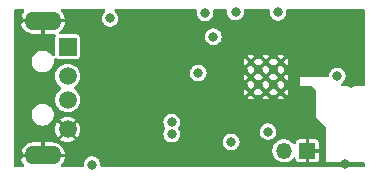
<source format=gbr>
%TF.GenerationSoftware,KiCad,Pcbnew,(6.0.7)*%
%TF.CreationDate,2022-08-28T18:35:31-07:00*%
%TF.ProjectId,RP2040_Injector,52503230-3430-45f4-996e-6a6563746f72,rev?*%
%TF.SameCoordinates,Original*%
%TF.FileFunction,Copper,L2,Inr*%
%TF.FilePolarity,Positive*%
%FSLAX46Y46*%
G04 Gerber Fmt 4.6, Leading zero omitted, Abs format (unit mm)*
G04 Created by KiCad (PCBNEW (6.0.7)) date 2022-08-28 18:35:31*
%MOMM*%
%LPD*%
G01*
G04 APERTURE LIST*
%TA.AperFunction,ComponentPad*%
%ADD10C,0.600000*%
%TD*%
%TA.AperFunction,ComponentPad*%
%ADD11R,1.350000X1.350000*%
%TD*%
%TA.AperFunction,ComponentPad*%
%ADD12O,1.350000X1.350000*%
%TD*%
%TA.AperFunction,ComponentPad*%
%ADD13R,1.508000X1.508000*%
%TD*%
%TA.AperFunction,ComponentPad*%
%ADD14C,1.508000*%
%TD*%
%TA.AperFunction,ComponentPad*%
%ADD15O,3.150000X1.575000*%
%TD*%
%TA.AperFunction,ViaPad*%
%ADD16C,0.800000*%
%TD*%
G04 APERTURE END LIST*
D10*
%TO.N,GND*%
%TO.C,*%
X116400000Y-91550000D03*
%TD*%
D11*
%TO.N,GND*%
%TO.C,J2*%
X118650000Y-99070000D03*
D12*
%TO.N,/~{USB_BOOT}*%
X116650000Y-99070000D03*
%TD*%
D10*
%TO.N,GND*%
%TO.C,*%
X115125000Y-91550000D03*
%TD*%
%TO.N,GND*%
%TO.C,*%
X115125000Y-92825000D03*
%TD*%
%TO.N,GND*%
%TO.C,*%
X113850000Y-94100000D03*
%TD*%
%TO.N,GND*%
%TO.C,*%
X116400000Y-92825000D03*
%TD*%
%TO.N,GND*%
%TO.C,*%
X116400000Y-94100000D03*
%TD*%
%TO.N,GND*%
%TO.C,*%
X113850000Y-92825000D03*
%TD*%
%TO.N,GND*%
%TO.C,*%
X113850000Y-91550000D03*
%TD*%
%TO.N,GND*%
%TO.C,*%
X115125000Y-94100000D03*
%TD*%
D13*
%TO.N,VCC*%
%TO.C,J1*%
X98337500Y-90255750D03*
D14*
%TO.N,USB_D-*%
X98337500Y-92755750D03*
%TO.N,USB_D+*%
X98337500Y-94755750D03*
%TO.N,GND*%
X98337500Y-97255750D03*
D15*
X96237500Y-88055750D03*
X96237500Y-99455750D03*
%TD*%
D16*
%TO.N,+3V3*%
X116150000Y-87350000D03*
X110680000Y-89410000D03*
X107150000Y-97650000D03*
X121170000Y-92726302D03*
X109980000Y-87390000D03*
X112560000Y-87310000D03*
X107150000Y-96650000D03*
X100410000Y-100240000D03*
X112190000Y-98310000D03*
X109400000Y-92475000D03*
X101930000Y-87870000D03*
X115300000Y-97450000D03*
%TO.N,GND*%
X96260000Y-89530000D03*
X107700000Y-98800000D03*
X99300000Y-98500000D03*
X113460000Y-98290000D03*
X108330000Y-90379802D03*
X94200000Y-88000000D03*
X99300000Y-99400000D03*
X107950000Y-95648802D03*
X103150000Y-88990000D03*
X106800000Y-98800000D03*
X114280000Y-88060000D03*
X108320000Y-88140000D03*
X114550000Y-99110000D03*
X121880000Y-90710000D03*
X107201844Y-92906113D03*
X108330000Y-89320000D03*
X106800000Y-99800000D03*
X121800000Y-100200000D03*
X122008186Y-91820000D03*
X107700000Y-99800000D03*
X122370000Y-93370000D03*
X96300000Y-97900000D03*
X94200000Y-99400000D03*
X117830000Y-88050000D03*
%TD*%
%TA.AperFunction,Conductor*%
%TO.N,GND*%
G36*
X94630367Y-87070462D02*
G01*
X94684905Y-87125000D01*
X94704867Y-87199500D01*
X94684905Y-87274000D01*
X94668404Y-87297155D01*
X94565266Y-87416011D01*
X94557074Y-87427496D01*
X94460257Y-87594850D01*
X94454382Y-87607683D01*
X94390961Y-87790317D01*
X94387616Y-87804037D01*
X94375683Y-87886338D01*
X94377565Y-87902242D01*
X94385731Y-87905750D01*
X98087114Y-87905750D01*
X98101483Y-87901900D01*
X98104037Y-87891403D01*
X98059590Y-87706977D01*
X98054994Y-87693629D01*
X97974973Y-87517632D01*
X97967937Y-87505396D01*
X97856082Y-87347710D01*
X97846854Y-87337018D01*
X97815634Y-87307132D01*
X97775622Y-87241194D01*
X97773940Y-87164084D01*
X97811038Y-87096464D01*
X97876976Y-87056452D01*
X97918670Y-87050500D01*
X101406296Y-87050500D01*
X101480796Y-87070462D01*
X101535334Y-87125000D01*
X101555296Y-87199500D01*
X101535334Y-87274000D01*
X101504245Y-87311781D01*
X101437961Y-87369604D01*
X101405604Y-87397831D01*
X101308113Y-87536547D01*
X101246524Y-87694513D01*
X101224394Y-87862611D01*
X101242999Y-88031135D01*
X101246087Y-88039572D01*
X101246087Y-88039574D01*
X101264217Y-88089116D01*
X101301266Y-88190356D01*
X101306275Y-88197811D01*
X101306276Y-88197812D01*
X101389178Y-88321183D01*
X101395830Y-88331083D01*
X101402472Y-88337126D01*
X101402473Y-88337128D01*
X101491209Y-88417871D01*
X101521233Y-88445191D01*
X101529128Y-88449478D01*
X101529130Y-88449479D01*
X101662344Y-88521808D01*
X101662347Y-88521809D01*
X101670235Y-88526092D01*
X101707743Y-88535932D01*
X101825549Y-88566838D01*
X101825551Y-88566838D01*
X101834233Y-88569116D01*
X101843209Y-88569257D01*
X101994781Y-88571638D01*
X102003760Y-88571779D01*
X102169029Y-88533928D01*
X102203383Y-88516650D01*
X102312471Y-88461784D01*
X102320498Y-88457747D01*
X102382815Y-88404523D01*
X102442594Y-88353467D01*
X102442596Y-88353465D01*
X102449423Y-88347634D01*
X102478289Y-88307463D01*
X102543124Y-88217236D01*
X102543126Y-88217232D01*
X102548361Y-88209947D01*
X102595865Y-88091779D01*
X102608251Y-88060969D01*
X102608252Y-88060964D01*
X102611601Y-88052634D01*
X102635490Y-87884778D01*
X102635645Y-87870000D01*
X102615276Y-87701680D01*
X102555345Y-87543077D01*
X102459312Y-87403349D01*
X102394000Y-87345158D01*
X102355381Y-87310749D01*
X102313036Y-87246284D01*
X102308597Y-87169284D01*
X102343252Y-87100380D01*
X102407717Y-87058035D01*
X102454501Y-87050500D01*
X109148215Y-87050500D01*
X109222715Y-87070462D01*
X109277253Y-87125000D01*
X109297215Y-87199500D01*
X109295940Y-87218948D01*
X109287063Y-87286375D01*
X109274394Y-87382611D01*
X109292999Y-87551135D01*
X109296087Y-87559572D01*
X109296087Y-87559574D01*
X109313693Y-87607683D01*
X109351266Y-87710356D01*
X109356275Y-87717811D01*
X109356276Y-87717812D01*
X109433993Y-87833467D01*
X109445830Y-87851083D01*
X109452472Y-87857126D01*
X109452473Y-87857128D01*
X109534659Y-87931911D01*
X109571233Y-87965191D01*
X109579128Y-87969478D01*
X109579130Y-87969479D01*
X109712344Y-88041808D01*
X109712347Y-88041809D01*
X109720235Y-88046092D01*
X109757743Y-88055932D01*
X109875549Y-88086838D01*
X109875551Y-88086838D01*
X109884233Y-88089116D01*
X109893209Y-88089257D01*
X110044781Y-88091638D01*
X110053760Y-88091779D01*
X110219029Y-88053928D01*
X110227289Y-88049774D01*
X110362471Y-87981784D01*
X110370498Y-87977747D01*
X110439113Y-87919144D01*
X110492594Y-87873467D01*
X110492596Y-87873465D01*
X110499423Y-87867634D01*
X110516866Y-87843360D01*
X110593124Y-87737236D01*
X110593126Y-87737232D01*
X110598361Y-87729947D01*
X110630521Y-87649947D01*
X110658251Y-87580969D01*
X110658252Y-87580964D01*
X110661601Y-87572634D01*
X110685490Y-87404778D01*
X110685645Y-87390000D01*
X110665276Y-87221680D01*
X110667732Y-87221383D01*
X110669065Y-87157922D01*
X110709023Y-87091952D01*
X110776613Y-87054799D01*
X110812146Y-87050500D01*
X111717683Y-87050500D01*
X111792183Y-87070462D01*
X111846721Y-87125000D01*
X111866683Y-87199500D01*
X111865408Y-87218948D01*
X111861809Y-87246284D01*
X111854394Y-87302611D01*
X111855380Y-87311542D01*
X111855380Y-87311543D01*
X111858810Y-87342611D01*
X111872999Y-87471135D01*
X111876087Y-87479572D01*
X111876087Y-87479574D01*
X111898555Y-87540969D01*
X111931266Y-87630356D01*
X111936275Y-87637811D01*
X111936276Y-87637812D01*
X112003086Y-87737236D01*
X112025830Y-87771083D01*
X112032472Y-87777126D01*
X112032473Y-87777128D01*
X112126418Y-87862611D01*
X112151233Y-87885191D01*
X112159128Y-87889478D01*
X112159130Y-87889479D01*
X112292344Y-87961808D01*
X112292347Y-87961809D01*
X112300235Y-87966092D01*
X112382234Y-87987604D01*
X112455549Y-88006838D01*
X112455551Y-88006838D01*
X112464233Y-88009116D01*
X112473209Y-88009257D01*
X112624781Y-88011638D01*
X112633760Y-88011779D01*
X112799029Y-87973928D01*
X112950498Y-87897747D01*
X112994292Y-87860343D01*
X113072594Y-87793467D01*
X113072596Y-87793465D01*
X113079423Y-87787634D01*
X113137381Y-87706977D01*
X113173124Y-87657236D01*
X113173126Y-87657232D01*
X113178361Y-87649947D01*
X113218084Y-87551135D01*
X113238251Y-87500969D01*
X113238252Y-87500964D01*
X113241601Y-87492634D01*
X113265490Y-87324778D01*
X113265645Y-87310000D01*
X113254439Y-87217400D01*
X113265306Y-87141042D01*
X113312897Y-87080347D01*
X113384459Y-87051579D01*
X113402360Y-87050500D01*
X115312949Y-87050500D01*
X115387449Y-87070462D01*
X115441987Y-87125000D01*
X115461949Y-87199500D01*
X115460674Y-87218948D01*
X115460314Y-87221680D01*
X115444394Y-87342611D01*
X115462999Y-87511135D01*
X115466087Y-87519572D01*
X115466087Y-87519574D01*
X115488555Y-87580969D01*
X115521266Y-87670356D01*
X115526275Y-87677811D01*
X115526276Y-87677812D01*
X115603993Y-87793467D01*
X115615830Y-87811083D01*
X115622472Y-87817126D01*
X115622473Y-87817128D01*
X115719868Y-87905750D01*
X115741233Y-87925191D01*
X115749128Y-87929478D01*
X115749130Y-87929479D01*
X115882344Y-88001808D01*
X115882347Y-88001809D01*
X115890235Y-88006092D01*
X115927743Y-88015932D01*
X116045549Y-88046838D01*
X116045551Y-88046838D01*
X116054233Y-88049116D01*
X116063209Y-88049257D01*
X116214781Y-88051638D01*
X116223760Y-88051779D01*
X116389029Y-88013928D01*
X116397289Y-88009774D01*
X116532471Y-87941784D01*
X116540498Y-87937747D01*
X116562279Y-87919144D01*
X116662594Y-87833467D01*
X116662596Y-87833465D01*
X116669423Y-87827634D01*
X116686866Y-87803360D01*
X116763124Y-87697236D01*
X116763126Y-87697232D01*
X116768361Y-87689947D01*
X116795708Y-87621920D01*
X116828251Y-87540969D01*
X116828252Y-87540964D01*
X116831601Y-87532634D01*
X116855490Y-87364778D01*
X116855645Y-87350000D01*
X116850895Y-87310749D01*
X116839599Y-87217400D01*
X116850467Y-87141041D01*
X116898058Y-87080347D01*
X116969620Y-87051579D01*
X116987520Y-87050500D01*
X123350500Y-87050500D01*
X123425000Y-87070462D01*
X123479538Y-87125000D01*
X123499500Y-87199500D01*
X123499500Y-93451000D01*
X123479538Y-93525500D01*
X123425000Y-93580038D01*
X123350500Y-93600000D01*
X121619814Y-93600000D01*
X121545314Y-93580038D01*
X121490776Y-93525500D01*
X121470814Y-93451000D01*
X121490776Y-93376500D01*
X121545314Y-93321962D01*
X121552356Y-93318163D01*
X121552474Y-93318085D01*
X121560498Y-93314049D01*
X121575199Y-93301493D01*
X121682594Y-93209769D01*
X121682596Y-93209767D01*
X121689423Y-93203936D01*
X121710378Y-93174774D01*
X121783124Y-93073538D01*
X121783126Y-93073534D01*
X121788361Y-93066249D01*
X121816031Y-92997419D01*
X121848251Y-92917271D01*
X121848252Y-92917266D01*
X121851601Y-92908936D01*
X121875490Y-92741080D01*
X121875645Y-92726302D01*
X121855276Y-92557982D01*
X121795345Y-92399379D01*
X121699312Y-92259651D01*
X121692604Y-92253674D01*
X121579428Y-92152837D01*
X121579424Y-92152834D01*
X121572721Y-92146862D01*
X121564783Y-92142659D01*
X121564780Y-92142657D01*
X121430823Y-92071731D01*
X121422881Y-92067526D01*
X121414168Y-92065337D01*
X121414167Y-92065337D01*
X121341691Y-92047132D01*
X121258441Y-92026221D01*
X121154002Y-92025674D01*
X121097873Y-92025380D01*
X121088895Y-92025333D01*
X121080164Y-92027429D01*
X121080165Y-92027429D01*
X120932765Y-92062817D01*
X120932762Y-92062818D01*
X120924032Y-92064914D01*
X120916053Y-92069032D01*
X120916051Y-92069033D01*
X120781353Y-92138556D01*
X120773369Y-92142677D01*
X120766602Y-92148581D01*
X120766598Y-92148583D01*
X120688495Y-92216717D01*
X120645604Y-92254133D01*
X120640439Y-92261482D01*
X120628582Y-92278353D01*
X120548113Y-92392849D01*
X120486524Y-92550815D01*
X120480181Y-92598997D01*
X120470774Y-92670448D01*
X120441259Y-92741705D01*
X120380069Y-92788658D01*
X120323049Y-92800000D01*
X118000000Y-92800000D01*
X118000000Y-93600000D01*
X118938282Y-93600000D01*
X119012782Y-93619962D01*
X119043641Y-93643641D01*
X119356359Y-93956359D01*
X119394923Y-94023154D01*
X119400000Y-94061718D01*
X119400000Y-96200000D01*
X120156359Y-96956359D01*
X120194923Y-97023154D01*
X120200000Y-97061718D01*
X120200000Y-100000000D01*
X123350500Y-100000000D01*
X123425000Y-100019962D01*
X123479538Y-100074500D01*
X123499500Y-100149000D01*
X123499500Y-100300500D01*
X123479538Y-100375000D01*
X123425000Y-100429538D01*
X123350500Y-100449500D01*
X101259485Y-100449500D01*
X101184985Y-100429538D01*
X101130447Y-100375000D01*
X101110485Y-100300500D01*
X101111971Y-100279508D01*
X101114803Y-100259609D01*
X101114804Y-100259601D01*
X101115490Y-100254778D01*
X101115645Y-100240000D01*
X101095276Y-100071680D01*
X101035345Y-99913077D01*
X100960806Y-99804623D01*
X100944401Y-99780753D01*
X100944399Y-99780751D01*
X100939312Y-99773349D01*
X100932604Y-99767372D01*
X100819428Y-99666535D01*
X100819424Y-99666532D01*
X100812721Y-99660560D01*
X100804783Y-99656357D01*
X100804780Y-99656355D01*
X100670823Y-99585429D01*
X100662881Y-99581224D01*
X100654168Y-99579035D01*
X100654167Y-99579035D01*
X100581691Y-99560830D01*
X100498441Y-99539919D01*
X100394002Y-99539372D01*
X100337873Y-99539078D01*
X100328895Y-99539031D01*
X100320164Y-99541127D01*
X100320165Y-99541127D01*
X100172765Y-99576515D01*
X100172762Y-99576516D01*
X100164032Y-99578612D01*
X100156053Y-99582730D01*
X100156051Y-99582731D01*
X100021353Y-99652254D01*
X100013369Y-99656375D01*
X100006602Y-99662279D01*
X100006598Y-99662281D01*
X99911536Y-99745209D01*
X99885604Y-99767831D01*
X99788113Y-99906547D01*
X99726524Y-100064513D01*
X99704394Y-100232611D01*
X99709572Y-100279508D01*
X99710084Y-100284149D01*
X99698418Y-100360390D01*
X99650194Y-100420583D01*
X99578335Y-100448600D01*
X99561984Y-100449500D01*
X97929112Y-100449500D01*
X97854612Y-100429538D01*
X97800074Y-100375000D01*
X97780112Y-100300500D01*
X97800074Y-100226000D01*
X97816575Y-100202845D01*
X97909734Y-100095489D01*
X97917926Y-100084004D01*
X98014743Y-99916650D01*
X98020618Y-99903817D01*
X98084039Y-99721183D01*
X98087384Y-99707463D01*
X98099317Y-99625162D01*
X98097435Y-99609258D01*
X98089269Y-99605750D01*
X94387886Y-99605750D01*
X94373517Y-99609600D01*
X94370963Y-99620097D01*
X94415410Y-99804523D01*
X94420006Y-99817871D01*
X94500027Y-99993868D01*
X94507063Y-100006104D01*
X94618918Y-100163790D01*
X94628146Y-100174482D01*
X94647353Y-100192868D01*
X94687365Y-100258806D01*
X94689047Y-100335915D01*
X94651949Y-100403536D01*
X94586011Y-100443548D01*
X94544317Y-100449500D01*
X93929500Y-100449500D01*
X93855000Y-100429538D01*
X93800462Y-100375000D01*
X93780500Y-100300500D01*
X93780500Y-99286338D01*
X94375683Y-99286338D01*
X94377565Y-99302242D01*
X94385731Y-99305750D01*
X96067884Y-99305750D01*
X96083355Y-99301605D01*
X96087500Y-99286134D01*
X96387500Y-99286134D01*
X96391645Y-99301605D01*
X96407116Y-99305750D01*
X98087114Y-99305750D01*
X98101483Y-99301900D01*
X98104037Y-99291403D01*
X98059590Y-99106977D01*
X98054994Y-99093629D01*
X98038028Y-99056314D01*
X115669876Y-99056314D01*
X115674130Y-99106977D01*
X115682281Y-99204037D01*
X115685884Y-99246948D01*
X115687891Y-99253949D01*
X115687892Y-99253952D01*
X115697416Y-99287166D01*
X115738614Y-99430843D01*
X115741945Y-99437324D01*
X115741946Y-99437327D01*
X115822728Y-99594511D01*
X115822731Y-99594516D01*
X115826060Y-99600993D01*
X115830584Y-99606701D01*
X115830588Y-99606707D01*
X115910447Y-99707463D01*
X115944889Y-99750918D01*
X115950435Y-99755638D01*
X115950436Y-99755639D01*
X115978881Y-99779848D01*
X116090575Y-99874907D01*
X116096938Y-99878463D01*
X116251206Y-99964681D01*
X116251212Y-99964684D01*
X116257570Y-99968237D01*
X116439512Y-100027354D01*
X116546498Y-100040111D01*
X116622241Y-100049143D01*
X116622243Y-100049143D01*
X116629472Y-100050005D01*
X116820213Y-100035328D01*
X116924882Y-100006104D01*
X116997454Y-99985842D01*
X116997459Y-99985840D01*
X117004472Y-99983882D01*
X117010973Y-99980598D01*
X117010976Y-99980597D01*
X117168723Y-99900913D01*
X117168724Y-99900913D01*
X117175228Y-99897627D01*
X117266972Y-99825949D01*
X117320235Y-99784336D01*
X117320237Y-99784334D01*
X117325979Y-99779848D01*
X117413210Y-99678790D01*
X117476999Y-99635439D01*
X117553920Y-99629790D01*
X117623360Y-99663359D01*
X117666712Y-99727150D01*
X117675000Y-99776151D01*
X117675000Y-99785154D01*
X117675523Y-99793966D01*
X117676791Y-99804623D01*
X117682652Y-99825949D01*
X117717895Y-99905293D01*
X117733214Y-99927583D01*
X117792839Y-99987104D01*
X117815155Y-100002384D01*
X117894545Y-100037482D01*
X117915918Y-100043309D01*
X117926124Y-100044498D01*
X117934754Y-100045000D01*
X118480384Y-100045000D01*
X118495855Y-100040855D01*
X118500000Y-100025384D01*
X118800000Y-100025384D01*
X118804145Y-100040855D01*
X118819616Y-100045000D01*
X119365154Y-100045000D01*
X119373966Y-100044477D01*
X119384623Y-100043209D01*
X119405949Y-100037348D01*
X119485293Y-100002105D01*
X119507583Y-99986786D01*
X119567104Y-99927161D01*
X119582384Y-99904845D01*
X119617482Y-99825455D01*
X119623309Y-99804082D01*
X119624498Y-99793876D01*
X119625000Y-99785246D01*
X119625000Y-99239616D01*
X119620855Y-99224145D01*
X119605384Y-99220000D01*
X118819616Y-99220000D01*
X118804145Y-99224145D01*
X118800000Y-99239616D01*
X118800000Y-100025384D01*
X118500000Y-100025384D01*
X118500000Y-98900384D01*
X118800000Y-98900384D01*
X118804145Y-98915855D01*
X118819616Y-98920000D01*
X119605384Y-98920000D01*
X119620855Y-98915855D01*
X119625000Y-98900384D01*
X119625000Y-98354846D01*
X119624477Y-98346034D01*
X119623209Y-98335377D01*
X119617348Y-98314051D01*
X119582105Y-98234707D01*
X119566786Y-98212417D01*
X119507161Y-98152896D01*
X119484845Y-98137616D01*
X119405455Y-98102518D01*
X119384082Y-98096691D01*
X119373876Y-98095502D01*
X119365246Y-98095000D01*
X118819616Y-98095000D01*
X118804145Y-98099145D01*
X118800000Y-98114616D01*
X118800000Y-98900384D01*
X118500000Y-98900384D01*
X118500000Y-98114616D01*
X118495855Y-98099145D01*
X118480384Y-98095000D01*
X117934846Y-98095000D01*
X117926034Y-98095523D01*
X117915377Y-98096791D01*
X117894051Y-98102652D01*
X117814707Y-98137895D01*
X117792417Y-98153214D01*
X117732896Y-98212839D01*
X117717616Y-98235155D01*
X117682518Y-98314545D01*
X117676691Y-98335918D01*
X117675502Y-98346124D01*
X117675000Y-98354754D01*
X117675000Y-98364827D01*
X117655038Y-98439327D01*
X117600500Y-98493865D01*
X117526000Y-98513827D01*
X117451500Y-98493865D01*
X117410533Y-98458999D01*
X117394576Y-98439433D01*
X117345535Y-98379303D01*
X117198132Y-98257361D01*
X117169323Y-98241784D01*
X117036266Y-98169839D01*
X117036261Y-98169837D01*
X117029851Y-98166371D01*
X116955701Y-98143418D01*
X116854060Y-98111955D01*
X116854059Y-98111955D01*
X116847101Y-98109801D01*
X116839859Y-98109040D01*
X116839855Y-98109039D01*
X116664084Y-98090565D01*
X116664083Y-98090565D01*
X116656843Y-98089804D01*
X116466325Y-98107142D01*
X116282803Y-98161156D01*
X116113268Y-98249787D01*
X116107587Y-98254355D01*
X116107585Y-98254356D01*
X116033493Y-98313928D01*
X115964176Y-98369660D01*
X115841207Y-98516208D01*
X115749045Y-98683850D01*
X115746842Y-98690794D01*
X115746841Y-98690797D01*
X115714273Y-98793467D01*
X115691200Y-98866201D01*
X115690388Y-98873444D01*
X115690387Y-98873447D01*
X115675331Y-99007683D01*
X115669876Y-99056314D01*
X98038028Y-99056314D01*
X97974973Y-98917632D01*
X97967937Y-98905396D01*
X97856082Y-98747710D01*
X97846853Y-98737018D01*
X97707203Y-98603331D01*
X97696111Y-98594572D01*
X97533705Y-98489708D01*
X97521164Y-98483207D01*
X97341852Y-98410942D01*
X97328311Y-98406931D01*
X97136862Y-98369544D01*
X97126678Y-98368307D01*
X97124342Y-98368250D01*
X96407116Y-98368250D01*
X96391645Y-98372395D01*
X96387500Y-98387866D01*
X96387500Y-99286134D01*
X96087500Y-99286134D01*
X96087500Y-98387866D01*
X96083355Y-98372395D01*
X96067884Y-98368250D01*
X95401690Y-98368250D01*
X95394619Y-98368587D01*
X95250487Y-98382338D01*
X95236619Y-98385008D01*
X95051100Y-98439433D01*
X95037995Y-98444675D01*
X94866125Y-98533194D01*
X94854238Y-98540825D01*
X94702203Y-98660251D01*
X94691980Y-98669986D01*
X94565266Y-98816011D01*
X94557074Y-98827496D01*
X94460257Y-98994850D01*
X94454382Y-99007683D01*
X94390961Y-99190317D01*
X94387616Y-99204037D01*
X94375683Y-99286338D01*
X93780500Y-99286338D01*
X93780500Y-98101013D01*
X97710232Y-98101013D01*
X97715895Y-98110823D01*
X97727508Y-98120707D01*
X97739418Y-98128984D01*
X97907123Y-98222711D01*
X97920427Y-98228524D01*
X98103138Y-98287890D01*
X98117314Y-98291007D01*
X98308089Y-98313756D01*
X98322581Y-98314059D01*
X98514146Y-98299319D01*
X98528430Y-98296800D01*
X98713478Y-98245134D01*
X98727001Y-98239889D01*
X98898489Y-98153264D01*
X98910737Y-98145491D01*
X98953874Y-98111789D01*
X98963512Y-98098999D01*
X98959747Y-98090129D01*
X98351371Y-97481753D01*
X98337500Y-97473745D01*
X98323629Y-97481753D01*
X97718240Y-98087142D01*
X97710232Y-98101013D01*
X93780500Y-98101013D01*
X93780500Y-97248224D01*
X97279113Y-97248224D01*
X97295189Y-97439669D01*
X97297809Y-97453948D01*
X97350765Y-97638625D01*
X97356105Y-97652112D01*
X97443926Y-97822994D01*
X97451782Y-97835183D01*
X97481226Y-97872333D01*
X97494085Y-97881883D01*
X97503163Y-97877955D01*
X98111497Y-97269621D01*
X98119505Y-97255750D01*
X98555495Y-97255750D01*
X98563503Y-97269621D01*
X99169235Y-97875353D01*
X99183106Y-97883361D01*
X99193194Y-97877537D01*
X99198177Y-97871765D01*
X99206535Y-97859916D01*
X99301438Y-97692859D01*
X99307337Y-97679608D01*
X99319644Y-97642611D01*
X106444394Y-97642611D01*
X106462999Y-97811135D01*
X106466087Y-97819572D01*
X106466087Y-97819574D01*
X106485394Y-97872333D01*
X106521266Y-97970356D01*
X106526275Y-97977811D01*
X106526276Y-97977812D01*
X106610165Y-98102652D01*
X106615830Y-98111083D01*
X106622472Y-98117126D01*
X106622473Y-98117128D01*
X106727195Y-98212417D01*
X106741233Y-98225191D01*
X106749128Y-98229478D01*
X106749130Y-98229479D01*
X106882344Y-98301808D01*
X106882347Y-98301809D01*
X106890235Y-98306092D01*
X106961462Y-98324778D01*
X107045549Y-98346838D01*
X107045551Y-98346838D01*
X107054233Y-98349116D01*
X107063209Y-98349257D01*
X107214781Y-98351638D01*
X107223760Y-98351779D01*
X107389029Y-98313928D01*
X107411531Y-98302611D01*
X111484394Y-98302611D01*
X111485380Y-98311542D01*
X111485380Y-98311543D01*
X111485748Y-98314877D01*
X111502999Y-98471135D01*
X111506087Y-98479572D01*
X111506087Y-98479574D01*
X111528502Y-98540825D01*
X111561266Y-98630356D01*
X111566275Y-98637811D01*
X111566276Y-98637812D01*
X111574431Y-98649947D01*
X111655830Y-98771083D01*
X111662472Y-98777126D01*
X111662473Y-98777128D01*
X111768327Y-98873447D01*
X111781233Y-98885191D01*
X111789128Y-98889478D01*
X111789130Y-98889479D01*
X111922344Y-98961808D01*
X111922347Y-98961809D01*
X111930235Y-98966092D01*
X111967743Y-98975932D01*
X112085549Y-99006838D01*
X112085551Y-99006838D01*
X112094233Y-99009116D01*
X112103209Y-99009257D01*
X112254781Y-99011638D01*
X112263760Y-99011779D01*
X112429029Y-98973928D01*
X112580498Y-98897747D01*
X112602279Y-98879144D01*
X112702594Y-98793467D01*
X112702596Y-98793465D01*
X112709423Y-98787634D01*
X112774933Y-98696467D01*
X112803124Y-98657236D01*
X112803126Y-98657232D01*
X112808361Y-98649947D01*
X112830622Y-98594572D01*
X112868251Y-98500969D01*
X112868252Y-98500964D01*
X112871601Y-98492634D01*
X112895490Y-98324778D01*
X112895645Y-98310000D01*
X112875276Y-98141680D01*
X112815345Y-97983077D01*
X112719312Y-97843349D01*
X112707286Y-97832634D01*
X112599428Y-97736535D01*
X112599424Y-97736532D01*
X112592721Y-97730560D01*
X112584783Y-97726357D01*
X112584780Y-97726355D01*
X112450823Y-97655429D01*
X112442881Y-97651224D01*
X112434168Y-97649035D01*
X112434167Y-97649035D01*
X112333480Y-97623744D01*
X112278441Y-97609919D01*
X112174002Y-97609372D01*
X112117873Y-97609078D01*
X112108895Y-97609031D01*
X112096083Y-97612107D01*
X111952765Y-97646515D01*
X111952762Y-97646516D01*
X111944032Y-97648612D01*
X111936053Y-97652730D01*
X111936051Y-97652731D01*
X111883978Y-97679608D01*
X111793369Y-97726375D01*
X111786602Y-97732279D01*
X111786598Y-97732281D01*
X111712139Y-97797236D01*
X111665604Y-97837831D01*
X111568113Y-97976547D01*
X111506524Y-98134513D01*
X111484394Y-98302611D01*
X107411531Y-98302611D01*
X107501500Y-98257361D01*
X107540498Y-98237747D01*
X107569661Y-98212839D01*
X107662594Y-98133467D01*
X107662596Y-98133465D01*
X107669423Y-98127634D01*
X107696607Y-98089804D01*
X107763124Y-97997236D01*
X107763126Y-97997232D01*
X107768361Y-97989947D01*
X107796342Y-97920343D01*
X107828251Y-97840969D01*
X107828252Y-97840964D01*
X107831601Y-97832634D01*
X107855490Y-97664778D01*
X107855645Y-97650000D01*
X107835276Y-97481680D01*
X107820513Y-97442611D01*
X114594394Y-97442611D01*
X114612999Y-97611135D01*
X114616087Y-97619572D01*
X114616087Y-97619574D01*
X114628221Y-97652731D01*
X114671266Y-97770356D01*
X114676275Y-97777811D01*
X114676276Y-97777812D01*
X114747202Y-97883361D01*
X114765830Y-97911083D01*
X114772472Y-97917126D01*
X114772473Y-97917128D01*
X114860511Y-97997236D01*
X114891233Y-98025191D01*
X114899128Y-98029478D01*
X114899130Y-98029479D01*
X115032344Y-98101808D01*
X115032347Y-98101809D01*
X115040235Y-98106092D01*
X115072727Y-98114616D01*
X115195549Y-98146838D01*
X115195551Y-98146838D01*
X115204233Y-98149116D01*
X115213209Y-98149257D01*
X115364781Y-98151638D01*
X115373760Y-98151779D01*
X115539029Y-98113928D01*
X115552522Y-98107142D01*
X115682471Y-98041784D01*
X115690498Y-98037747D01*
X115737930Y-97997236D01*
X115812594Y-97933467D01*
X115812596Y-97933465D01*
X115819423Y-97927634D01*
X115851236Y-97883361D01*
X115913124Y-97797236D01*
X115913126Y-97797232D01*
X115918361Y-97789947D01*
X115945574Y-97722254D01*
X115978251Y-97640969D01*
X115978252Y-97640964D01*
X115981601Y-97632634D01*
X116005490Y-97464778D01*
X116005645Y-97450000D01*
X115985276Y-97281680D01*
X115925345Y-97123077D01*
X115829312Y-96983349D01*
X115822604Y-96977372D01*
X115709428Y-96876535D01*
X115709424Y-96876532D01*
X115702721Y-96870560D01*
X115694783Y-96866357D01*
X115694780Y-96866355D01*
X115560823Y-96795429D01*
X115552881Y-96791224D01*
X115544168Y-96789035D01*
X115544167Y-96789035D01*
X115438627Y-96762525D01*
X115388441Y-96749919D01*
X115284002Y-96749372D01*
X115227873Y-96749078D01*
X115218895Y-96749031D01*
X115210164Y-96751127D01*
X115210165Y-96751127D01*
X115062765Y-96786515D01*
X115062762Y-96786516D01*
X115054032Y-96788612D01*
X115046053Y-96792730D01*
X115046051Y-96792731D01*
X114919002Y-96858306D01*
X114903369Y-96866375D01*
X114896602Y-96872279D01*
X114896598Y-96872281D01*
X114829001Y-96931250D01*
X114775604Y-96977831D01*
X114678113Y-97116547D01*
X114616524Y-97274513D01*
X114594394Y-97442611D01*
X107820513Y-97442611D01*
X107775345Y-97323077D01*
X107770257Y-97315674D01*
X107770255Y-97315670D01*
X107714220Y-97234139D01*
X107688473Y-97161435D01*
X107702528Y-97085598D01*
X107716014Y-97062796D01*
X107763121Y-96997241D01*
X107763125Y-96997234D01*
X107768361Y-96989947D01*
X107816355Y-96870560D01*
X107828251Y-96840969D01*
X107828252Y-96840964D01*
X107831601Y-96832634D01*
X107855490Y-96664778D01*
X107855645Y-96650000D01*
X107835276Y-96481680D01*
X107775345Y-96323077D01*
X107679312Y-96183349D01*
X107672604Y-96177372D01*
X107559428Y-96076535D01*
X107559424Y-96076532D01*
X107552721Y-96070560D01*
X107544783Y-96066357D01*
X107544780Y-96066355D01*
X107410823Y-95995429D01*
X107402881Y-95991224D01*
X107394168Y-95989035D01*
X107394167Y-95989035D01*
X107321691Y-95970830D01*
X107238441Y-95949919D01*
X107134002Y-95949372D01*
X107077873Y-95949078D01*
X107068895Y-95949031D01*
X107060164Y-95951127D01*
X107060165Y-95951127D01*
X106912765Y-95986515D01*
X106912762Y-95986516D01*
X106904032Y-95988612D01*
X106896053Y-95992730D01*
X106896051Y-95992731D01*
X106890824Y-95995429D01*
X106753369Y-96066375D01*
X106746602Y-96072279D01*
X106746598Y-96072281D01*
X106741722Y-96076535D01*
X106625604Y-96177831D01*
X106528113Y-96316547D01*
X106466524Y-96474513D01*
X106444394Y-96642611D01*
X106462999Y-96811135D01*
X106466087Y-96819572D01*
X106466087Y-96819574D01*
X106485375Y-96872281D01*
X106521266Y-96970356D01*
X106526277Y-96977814D01*
X106526279Y-96977817D01*
X106586421Y-97067319D01*
X106611404Y-97140289D01*
X106596555Y-97215974D01*
X106584654Y-97236097D01*
X106528113Y-97316547D01*
X106466524Y-97474513D01*
X106444394Y-97642611D01*
X99319644Y-97642611D01*
X99367979Y-97497311D01*
X99371195Y-97483159D01*
X99395665Y-97289451D01*
X99396245Y-97281158D01*
X99396542Y-97259926D01*
X99396193Y-97251599D01*
X99377141Y-97057289D01*
X99374324Y-97043060D01*
X99318793Y-96859132D01*
X99313265Y-96845722D01*
X99223069Y-96676088D01*
X99215042Y-96664006D01*
X99194348Y-96638633D01*
X99181358Y-96629264D01*
X99171840Y-96633542D01*
X98563503Y-97241879D01*
X98555495Y-97255750D01*
X98119505Y-97255750D01*
X98111497Y-97241879D01*
X97506415Y-96636797D01*
X97492544Y-96628789D01*
X97483002Y-96634298D01*
X97468304Y-96651813D01*
X97460114Y-96663775D01*
X97367554Y-96832141D01*
X97361840Y-96845473D01*
X97303749Y-97028600D01*
X97300731Y-97042797D01*
X97279315Y-97233722D01*
X97279113Y-97248224D01*
X93780500Y-97248224D01*
X93780500Y-96103024D01*
X95312000Y-96103024D01*
X95352449Y-96293321D01*
X95431578Y-96471049D01*
X95545931Y-96628442D01*
X95551735Y-96633668D01*
X95684703Y-96753394D01*
X95684708Y-96753398D01*
X95690508Y-96758620D01*
X95697268Y-96762523D01*
X95697271Y-96762525D01*
X95743188Y-96789035D01*
X95858992Y-96855894D01*
X95866410Y-96858304D01*
X95866414Y-96858306D01*
X96036597Y-96913601D01*
X96036599Y-96913601D01*
X96044018Y-96916012D01*
X96051776Y-96916827D01*
X96051779Y-96916828D01*
X96106113Y-96922539D01*
X96188996Y-96931250D01*
X96286004Y-96931250D01*
X96368887Y-96922539D01*
X96423221Y-96916828D01*
X96423224Y-96916827D01*
X96430982Y-96916012D01*
X96438401Y-96913601D01*
X96438403Y-96913601D01*
X96608586Y-96858306D01*
X96608590Y-96858304D01*
X96616008Y-96855894D01*
X96731812Y-96789035D01*
X96777729Y-96762525D01*
X96777732Y-96762523D01*
X96784492Y-96758620D01*
X96790292Y-96753398D01*
X96790297Y-96753394D01*
X96923265Y-96633668D01*
X96929069Y-96628442D01*
X97043422Y-96471049D01*
X97069653Y-96412132D01*
X97711210Y-96412132D01*
X97715309Y-96421427D01*
X98323629Y-97029747D01*
X98337500Y-97037755D01*
X98351371Y-97029747D01*
X98956182Y-96424936D01*
X98964190Y-96411065D01*
X98958830Y-96401781D01*
X98935356Y-96382361D01*
X98923335Y-96374252D01*
X98754328Y-96282871D01*
X98740954Y-96277249D01*
X98557425Y-96220437D01*
X98543216Y-96217520D01*
X98352135Y-96197437D01*
X98337643Y-96197336D01*
X98146300Y-96214750D01*
X98132055Y-96217467D01*
X97947741Y-96271714D01*
X97934297Y-96277146D01*
X97764038Y-96366155D01*
X97751893Y-96374102D01*
X97720669Y-96399207D01*
X97711210Y-96412132D01*
X97069653Y-96412132D01*
X97122551Y-96293321D01*
X97163000Y-96103024D01*
X97163000Y-95908476D01*
X97122551Y-95718179D01*
X97043422Y-95540451D01*
X96929069Y-95383058D01*
X96869859Y-95329745D01*
X96790297Y-95258106D01*
X96790292Y-95258102D01*
X96784492Y-95252880D01*
X96777732Y-95248977D01*
X96777729Y-95248975D01*
X96622768Y-95159509D01*
X96622769Y-95159509D01*
X96616008Y-95155606D01*
X96608590Y-95153196D01*
X96608586Y-95153194D01*
X96438403Y-95097899D01*
X96438401Y-95097899D01*
X96430982Y-95095488D01*
X96423224Y-95094673D01*
X96423221Y-95094672D01*
X96368887Y-95088961D01*
X96286004Y-95080250D01*
X96188996Y-95080250D01*
X96106113Y-95088961D01*
X96051779Y-95094672D01*
X96051776Y-95094673D01*
X96044018Y-95095488D01*
X96036599Y-95097899D01*
X96036597Y-95097899D01*
X95866414Y-95153194D01*
X95866410Y-95153196D01*
X95858992Y-95155606D01*
X95852231Y-95159509D01*
X95852232Y-95159509D01*
X95697271Y-95248975D01*
X95697268Y-95248977D01*
X95690508Y-95252880D01*
X95684708Y-95258102D01*
X95684703Y-95258106D01*
X95605141Y-95329745D01*
X95545931Y-95383058D01*
X95431578Y-95540451D01*
X95352449Y-95718179D01*
X95312000Y-95908476D01*
X95312000Y-96103024D01*
X93780500Y-96103024D01*
X93780500Y-94740956D01*
X97278001Y-94740956D01*
X97295306Y-94947028D01*
X97352307Y-95145816D01*
X97446834Y-95329745D01*
X97451362Y-95335458D01*
X97494099Y-95389378D01*
X97575286Y-95491811D01*
X97732771Y-95625841D01*
X97913289Y-95726730D01*
X98109966Y-95790634D01*
X98242954Y-95806492D01*
X98308078Y-95814258D01*
X98308081Y-95814258D01*
X98315309Y-95815120D01*
X98521498Y-95799254D01*
X98528516Y-95797295D01*
X98528519Y-95797294D01*
X98713651Y-95745604D01*
X98720678Y-95743642D01*
X98761194Y-95723176D01*
X98898751Y-95653692D01*
X98898755Y-95653689D01*
X98905263Y-95650402D01*
X99036860Y-95547587D01*
X99062478Y-95527572D01*
X99062480Y-95527570D01*
X99068222Y-95523084D01*
X99203348Y-95366539D01*
X99305495Y-95186729D01*
X99370770Y-94990503D01*
X99375377Y-94954038D01*
X99396168Y-94789463D01*
X99396168Y-94789456D01*
X99396689Y-94785336D01*
X99397102Y-94755750D01*
X99383794Y-94620027D01*
X113547968Y-94620027D01*
X113550497Y-94624407D01*
X113556440Y-94627839D01*
X113684342Y-94680817D01*
X113703055Y-94685831D01*
X113840315Y-94703902D01*
X113859685Y-94703902D01*
X113996945Y-94685831D01*
X114015658Y-94680817D01*
X114143560Y-94627839D01*
X114147048Y-94625825D01*
X114151496Y-94620027D01*
X114822968Y-94620027D01*
X114825497Y-94624407D01*
X114831440Y-94627839D01*
X114959342Y-94680817D01*
X114978055Y-94685831D01*
X115115315Y-94703902D01*
X115134685Y-94703902D01*
X115271945Y-94685831D01*
X115290658Y-94680817D01*
X115418560Y-94627839D01*
X115422048Y-94625825D01*
X115426496Y-94620027D01*
X116097968Y-94620027D01*
X116100497Y-94624407D01*
X116106440Y-94627839D01*
X116234342Y-94680817D01*
X116253055Y-94685831D01*
X116390315Y-94703902D01*
X116409685Y-94703902D01*
X116546945Y-94685831D01*
X116565658Y-94680817D01*
X116693560Y-94627839D01*
X116697048Y-94625825D01*
X116702083Y-94619262D01*
X116698514Y-94610646D01*
X116413871Y-94326003D01*
X116400000Y-94317995D01*
X116386129Y-94326003D01*
X116105976Y-94606156D01*
X116097968Y-94620027D01*
X115426496Y-94620027D01*
X115427083Y-94619262D01*
X115423514Y-94610646D01*
X115138871Y-94326003D01*
X115125000Y-94317995D01*
X115111129Y-94326003D01*
X114830976Y-94606156D01*
X114822968Y-94620027D01*
X114151496Y-94620027D01*
X114152083Y-94619262D01*
X114148514Y-94610646D01*
X113863871Y-94326003D01*
X113850000Y-94317995D01*
X113836129Y-94326003D01*
X113555976Y-94606156D01*
X113547968Y-94620027D01*
X99383794Y-94620027D01*
X99376922Y-94549939D01*
X99374733Y-94542689D01*
X99319257Y-94358941D01*
X99319255Y-94358937D01*
X99317151Y-94351967D01*
X99271258Y-94265654D01*
X99223487Y-94175810D01*
X99223485Y-94175807D01*
X99220065Y-94169375D01*
X99215462Y-94163732D01*
X99215460Y-94163728D01*
X99171383Y-94109685D01*
X113246098Y-94109685D01*
X113264169Y-94246948D01*
X113269182Y-94265654D01*
X113322166Y-94393570D01*
X113324171Y-94397043D01*
X113330739Y-94402083D01*
X113339352Y-94398516D01*
X113623997Y-94113871D01*
X113632005Y-94100000D01*
X114067995Y-94100000D01*
X114076003Y-94113871D01*
X114356156Y-94394024D01*
X114370027Y-94402032D01*
X114400170Y-94384630D01*
X114439747Y-94358184D01*
X114516710Y-94353139D01*
X114578351Y-94381068D01*
X114605738Y-94402084D01*
X114614352Y-94398516D01*
X114898997Y-94113871D01*
X114907005Y-94100000D01*
X115342995Y-94100000D01*
X115351003Y-94113871D01*
X115631156Y-94394024D01*
X115645027Y-94402032D01*
X115675170Y-94384630D01*
X115714747Y-94358184D01*
X115791710Y-94353139D01*
X115853351Y-94381068D01*
X115880738Y-94402084D01*
X115889352Y-94398516D01*
X116173997Y-94113871D01*
X116182005Y-94100000D01*
X116617995Y-94100000D01*
X116626003Y-94113871D01*
X116906156Y-94394024D01*
X116920027Y-94402032D01*
X116924410Y-94399502D01*
X116927834Y-94393570D01*
X116980818Y-94265654D01*
X116985831Y-94246948D01*
X117003902Y-94109685D01*
X117003902Y-94090315D01*
X116985831Y-93953052D01*
X116980818Y-93934346D01*
X116927834Y-93806430D01*
X116925829Y-93802957D01*
X116919261Y-93797917D01*
X116910648Y-93801484D01*
X116626003Y-94086129D01*
X116617995Y-94100000D01*
X116182005Y-94100000D01*
X116173997Y-94086129D01*
X115893844Y-93805976D01*
X115879973Y-93797968D01*
X115849830Y-93815370D01*
X115810253Y-93841816D01*
X115733290Y-93846861D01*
X115671649Y-93818932D01*
X115644262Y-93797916D01*
X115635648Y-93801484D01*
X115351003Y-94086129D01*
X115342995Y-94100000D01*
X114907005Y-94100000D01*
X114898997Y-94086129D01*
X114618844Y-93805976D01*
X114604973Y-93797968D01*
X114574830Y-93815370D01*
X114535253Y-93841816D01*
X114458290Y-93846861D01*
X114396649Y-93818932D01*
X114369262Y-93797916D01*
X114360648Y-93801484D01*
X114076003Y-94086129D01*
X114067995Y-94100000D01*
X113632005Y-94100000D01*
X113623997Y-94086129D01*
X113343844Y-93805976D01*
X113329973Y-93797968D01*
X113325590Y-93800498D01*
X113322166Y-93806430D01*
X113269182Y-93934346D01*
X113264169Y-93953052D01*
X113246098Y-94090315D01*
X113246098Y-94109685D01*
X99171383Y-94109685D01*
X99093966Y-94014762D01*
X99089363Y-94009118D01*
X98930022Y-93877300D01*
X98928840Y-93876661D01*
X98879708Y-93820144D01*
X98864989Y-93744434D01*
X98890097Y-93671507D01*
X98921892Y-93637410D01*
X98994429Y-93580738D01*
X113547916Y-93580738D01*
X113551484Y-93589352D01*
X113836129Y-93873997D01*
X113850000Y-93882005D01*
X113863871Y-93873997D01*
X114144024Y-93593844D01*
X114151590Y-93580738D01*
X114822916Y-93580738D01*
X114826484Y-93589352D01*
X115111129Y-93873997D01*
X115125000Y-93882005D01*
X115138871Y-93873997D01*
X115419024Y-93593844D01*
X115426590Y-93580738D01*
X116097916Y-93580738D01*
X116101484Y-93589352D01*
X116386129Y-93873997D01*
X116400000Y-93882005D01*
X116413871Y-93873997D01*
X116694024Y-93593844D01*
X116702032Y-93579973D01*
X116684615Y-93549805D01*
X116658184Y-93510244D01*
X116653143Y-93433281D01*
X116681063Y-93371659D01*
X116702083Y-93344261D01*
X116698514Y-93335646D01*
X116413871Y-93051003D01*
X116400000Y-93042995D01*
X116386129Y-93051003D01*
X116105976Y-93331156D01*
X116097968Y-93345027D01*
X116115374Y-93375176D01*
X116141818Y-93414754D01*
X116146860Y-93491717D01*
X116118931Y-93553353D01*
X116097916Y-93580738D01*
X115426590Y-93580738D01*
X115427032Y-93579973D01*
X115409615Y-93549805D01*
X115383184Y-93510244D01*
X115378143Y-93433281D01*
X115406063Y-93371659D01*
X115427083Y-93344261D01*
X115423514Y-93335646D01*
X115138871Y-93051003D01*
X115125000Y-93042995D01*
X115111129Y-93051003D01*
X114830976Y-93331156D01*
X114822968Y-93345027D01*
X114840374Y-93375176D01*
X114866818Y-93414754D01*
X114871860Y-93491717D01*
X114843931Y-93553353D01*
X114822916Y-93580738D01*
X114151590Y-93580738D01*
X114152032Y-93579973D01*
X114134615Y-93549805D01*
X114108184Y-93510244D01*
X114103143Y-93433281D01*
X114131063Y-93371659D01*
X114152083Y-93344261D01*
X114148514Y-93335646D01*
X113863871Y-93051003D01*
X113850000Y-93042995D01*
X113836129Y-93051003D01*
X113555976Y-93331156D01*
X113547968Y-93345027D01*
X113565374Y-93375176D01*
X113591818Y-93414754D01*
X113596860Y-93491717D01*
X113568931Y-93553353D01*
X113547916Y-93580738D01*
X98994429Y-93580738D01*
X99062478Y-93527572D01*
X99062480Y-93527570D01*
X99068222Y-93523084D01*
X99161730Y-93414754D01*
X99198586Y-93372056D01*
X99198587Y-93372055D01*
X99203348Y-93366539D01*
X99305495Y-93186729D01*
X99370770Y-92990503D01*
X99375554Y-92952634D01*
X99396168Y-92789463D01*
X99396168Y-92789456D01*
X99396689Y-92785336D01*
X99397102Y-92755750D01*
X99376922Y-92549939D01*
X99374033Y-92540370D01*
X99352066Y-92467611D01*
X108694394Y-92467611D01*
X108712999Y-92636135D01*
X108716087Y-92644572D01*
X108716087Y-92644574D01*
X108743292Y-92718913D01*
X108771266Y-92795356D01*
X108776275Y-92802811D01*
X108776276Y-92802812D01*
X108853189Y-92917271D01*
X108865830Y-92936083D01*
X108872472Y-92942126D01*
X108872473Y-92942128D01*
X108983325Y-93042995D01*
X108991233Y-93050191D01*
X108999128Y-93054478D01*
X108999130Y-93054479D01*
X109132344Y-93126808D01*
X109132347Y-93126809D01*
X109140235Y-93131092D01*
X109177743Y-93140932D01*
X109295549Y-93171838D01*
X109295551Y-93171838D01*
X109304233Y-93174116D01*
X109313209Y-93174257D01*
X109464781Y-93176638D01*
X109473760Y-93176779D01*
X109639029Y-93138928D01*
X109669673Y-93123516D01*
X109710850Y-93102806D01*
X109790498Y-93062747D01*
X109812279Y-93044144D01*
X109912594Y-92958467D01*
X109912596Y-92958465D01*
X109919423Y-92952634D01*
X110004178Y-92834685D01*
X113246098Y-92834685D01*
X113264169Y-92971948D01*
X113269182Y-92990654D01*
X113322166Y-93118570D01*
X113324171Y-93122043D01*
X113330739Y-93127083D01*
X113339352Y-93123516D01*
X113623997Y-92838871D01*
X113632005Y-92825000D01*
X114067995Y-92825000D01*
X114076003Y-92838871D01*
X114356156Y-93119024D01*
X114370027Y-93127032D01*
X114400170Y-93109630D01*
X114439747Y-93083184D01*
X114516710Y-93078139D01*
X114578351Y-93106068D01*
X114605738Y-93127084D01*
X114614352Y-93123516D01*
X114898997Y-92838871D01*
X114907005Y-92825000D01*
X115342995Y-92825000D01*
X115351003Y-92838871D01*
X115631156Y-93119024D01*
X115645027Y-93127032D01*
X115675170Y-93109630D01*
X115714747Y-93083184D01*
X115791710Y-93078139D01*
X115853351Y-93106068D01*
X115880738Y-93127084D01*
X115889352Y-93123516D01*
X116173997Y-92838871D01*
X116182005Y-92825000D01*
X116617995Y-92825000D01*
X116626003Y-92838871D01*
X116906156Y-93119024D01*
X116920027Y-93127032D01*
X116924410Y-93124502D01*
X116927834Y-93118570D01*
X116980818Y-92990654D01*
X116985831Y-92971948D01*
X117003902Y-92834685D01*
X117003902Y-92815315D01*
X116985831Y-92678052D01*
X116980818Y-92659346D01*
X116927834Y-92531430D01*
X116925829Y-92527957D01*
X116919261Y-92522917D01*
X116910648Y-92526484D01*
X116626003Y-92811129D01*
X116617995Y-92825000D01*
X116182005Y-92825000D01*
X116173997Y-92811129D01*
X115893844Y-92530976D01*
X115879973Y-92522968D01*
X115849830Y-92540370D01*
X115810253Y-92566816D01*
X115733290Y-92571861D01*
X115671649Y-92543932D01*
X115644262Y-92522916D01*
X115635648Y-92526484D01*
X115351003Y-92811129D01*
X115342995Y-92825000D01*
X114907005Y-92825000D01*
X114898997Y-92811129D01*
X114618844Y-92530976D01*
X114604973Y-92522968D01*
X114574830Y-92540370D01*
X114535253Y-92566816D01*
X114458290Y-92571861D01*
X114396649Y-92543932D01*
X114369262Y-92522916D01*
X114360648Y-92526484D01*
X114076003Y-92811129D01*
X114067995Y-92825000D01*
X113632005Y-92825000D01*
X113623997Y-92811129D01*
X113343844Y-92530976D01*
X113329973Y-92522968D01*
X113325590Y-92525498D01*
X113322166Y-92531430D01*
X113269182Y-92659346D01*
X113264169Y-92678052D01*
X113246098Y-92815315D01*
X113246098Y-92834685D01*
X110004178Y-92834685D01*
X110013124Y-92822236D01*
X110013126Y-92822232D01*
X110018361Y-92814947D01*
X110046116Y-92745906D01*
X110078251Y-92665969D01*
X110078252Y-92665964D01*
X110081601Y-92657634D01*
X110105490Y-92489778D01*
X110105645Y-92475000D01*
X110085276Y-92306680D01*
X110084920Y-92305738D01*
X113547916Y-92305738D01*
X113551484Y-92314352D01*
X113836129Y-92598997D01*
X113850000Y-92607005D01*
X113863871Y-92598997D01*
X114144024Y-92318844D01*
X114151590Y-92305738D01*
X114822916Y-92305738D01*
X114826484Y-92314352D01*
X115111129Y-92598997D01*
X115125000Y-92607005D01*
X115138871Y-92598997D01*
X115419024Y-92318844D01*
X115426590Y-92305738D01*
X116097916Y-92305738D01*
X116101484Y-92314352D01*
X116386129Y-92598997D01*
X116400000Y-92607005D01*
X116413871Y-92598997D01*
X116694024Y-92318844D01*
X116702032Y-92304973D01*
X116684615Y-92274805D01*
X116658184Y-92235244D01*
X116653143Y-92158281D01*
X116681063Y-92096659D01*
X116702083Y-92069261D01*
X116698514Y-92060646D01*
X116413871Y-91776003D01*
X116400000Y-91767995D01*
X116386129Y-91776003D01*
X116105976Y-92056156D01*
X116097968Y-92070027D01*
X116115374Y-92100176D01*
X116141818Y-92139754D01*
X116146860Y-92216717D01*
X116118931Y-92278353D01*
X116097916Y-92305738D01*
X115426590Y-92305738D01*
X115427032Y-92304973D01*
X115409615Y-92274805D01*
X115383184Y-92235244D01*
X115378143Y-92158281D01*
X115406063Y-92096659D01*
X115427083Y-92069261D01*
X115423514Y-92060646D01*
X115138871Y-91776003D01*
X115125000Y-91767995D01*
X115111129Y-91776003D01*
X114830976Y-92056156D01*
X114822968Y-92070027D01*
X114840374Y-92100176D01*
X114866818Y-92139754D01*
X114871860Y-92216717D01*
X114843931Y-92278353D01*
X114822916Y-92305738D01*
X114151590Y-92305738D01*
X114152032Y-92304973D01*
X114134615Y-92274805D01*
X114108184Y-92235244D01*
X114103143Y-92158281D01*
X114131063Y-92096659D01*
X114152083Y-92069261D01*
X114148514Y-92060646D01*
X113863871Y-91776003D01*
X113850000Y-91767995D01*
X113836129Y-91776003D01*
X113555976Y-92056156D01*
X113547968Y-92070027D01*
X113565374Y-92100176D01*
X113591818Y-92139754D01*
X113596860Y-92216717D01*
X113568931Y-92278353D01*
X113547916Y-92305738D01*
X110084920Y-92305738D01*
X110025345Y-92148077D01*
X109929312Y-92008349D01*
X109922604Y-92002372D01*
X109809428Y-91901535D01*
X109809424Y-91901532D01*
X109802721Y-91895560D01*
X109794783Y-91891357D01*
X109794780Y-91891355D01*
X109660823Y-91820429D01*
X109652881Y-91816224D01*
X109644168Y-91814035D01*
X109644167Y-91814035D01*
X109561701Y-91793321D01*
X109488441Y-91774919D01*
X109384002Y-91774372D01*
X109327873Y-91774078D01*
X109318895Y-91774031D01*
X109307420Y-91776786D01*
X109162765Y-91811515D01*
X109162762Y-91811516D01*
X109154032Y-91813612D01*
X109146053Y-91817730D01*
X109146051Y-91817731D01*
X109021637Y-91881946D01*
X109003369Y-91891375D01*
X108996602Y-91897279D01*
X108996598Y-91897281D01*
X108904793Y-91977368D01*
X108875604Y-92002831D01*
X108870439Y-92010180D01*
X108838127Y-92056156D01*
X108778113Y-92141547D01*
X108716524Y-92299513D01*
X108694394Y-92467611D01*
X99352066Y-92467611D01*
X99319257Y-92358941D01*
X99319255Y-92358937D01*
X99317151Y-92351967D01*
X99293996Y-92308418D01*
X99223487Y-92175810D01*
X99223485Y-92175807D01*
X99220065Y-92169375D01*
X99215462Y-92163732D01*
X99215460Y-92163728D01*
X99093966Y-92014762D01*
X99089363Y-92009118D01*
X98930022Y-91877300D01*
X98908639Y-91865738D01*
X98802194Y-91808184D01*
X98748112Y-91778942D01*
X98741150Y-91776787D01*
X98741148Y-91776786D01*
X98557525Y-91719945D01*
X98557524Y-91719945D01*
X98550563Y-91717790D01*
X98543323Y-91717029D01*
X98543318Y-91717028D01*
X98352138Y-91696935D01*
X98344897Y-91696174D01*
X98138950Y-91714916D01*
X97940566Y-91773304D01*
X97757301Y-91869113D01*
X97596135Y-91998693D01*
X97547918Y-92056156D01*
X97467887Y-92151533D01*
X97467884Y-92151537D01*
X97463208Y-92157110D01*
X97459703Y-92163486D01*
X97459702Y-92163487D01*
X97438219Y-92202565D01*
X97363582Y-92338328D01*
X97361382Y-92345265D01*
X97361381Y-92345266D01*
X97303429Y-92527957D01*
X97301053Y-92535446D01*
X97293925Y-92598997D01*
X97279098Y-92731179D01*
X97278001Y-92740956D01*
X97295306Y-92947028D01*
X97297316Y-92954037D01*
X97297316Y-92954038D01*
X97346936Y-93127084D01*
X97352307Y-93145816D01*
X97446834Y-93329745D01*
X97451362Y-93335458D01*
X97542940Y-93451000D01*
X97575286Y-93491811D01*
X97732771Y-93625841D01*
X97739132Y-93629396D01*
X97745117Y-93633556D01*
X97743394Y-93636035D01*
X97788384Y-93679997D01*
X97809206Y-93754261D01*
X97790106Y-93828987D01*
X97753581Y-93872104D01*
X97596135Y-93998693D01*
X97582652Y-94014762D01*
X97467887Y-94151533D01*
X97467884Y-94151537D01*
X97463208Y-94157110D01*
X97459703Y-94163486D01*
X97459702Y-94163487D01*
X97438219Y-94202565D01*
X97363582Y-94338328D01*
X97361382Y-94345265D01*
X97361381Y-94345266D01*
X97343358Y-94402084D01*
X97301053Y-94535446D01*
X97278001Y-94740956D01*
X93780500Y-94740956D01*
X93780500Y-91603024D01*
X95312000Y-91603024D01*
X95352449Y-91793321D01*
X95431578Y-91971049D01*
X95436169Y-91977368D01*
X95498252Y-92062817D01*
X95545931Y-92128442D01*
X95551735Y-92133668D01*
X95684703Y-92253394D01*
X95684708Y-92253398D01*
X95690508Y-92258620D01*
X95697268Y-92262523D01*
X95697271Y-92262525D01*
X95776761Y-92308418D01*
X95858992Y-92355894D01*
X95866410Y-92358304D01*
X95866414Y-92358306D01*
X96036597Y-92413601D01*
X96036599Y-92413601D01*
X96044018Y-92416012D01*
X96051776Y-92416827D01*
X96051779Y-92416828D01*
X96106113Y-92422539D01*
X96188996Y-92431250D01*
X96286004Y-92431250D01*
X96368887Y-92422539D01*
X96423221Y-92416828D01*
X96423224Y-92416827D01*
X96430982Y-92416012D01*
X96438401Y-92413601D01*
X96438403Y-92413601D01*
X96608586Y-92358306D01*
X96608590Y-92358304D01*
X96616008Y-92355894D01*
X96698239Y-92308418D01*
X96777729Y-92262525D01*
X96777732Y-92262523D01*
X96784492Y-92258620D01*
X96790292Y-92253398D01*
X96790297Y-92253394D01*
X96923265Y-92133668D01*
X96929069Y-92128442D01*
X96976749Y-92062817D01*
X97038831Y-91977368D01*
X97043422Y-91971049D01*
X97122551Y-91793321D01*
X97163000Y-91603024D01*
X97163000Y-91559685D01*
X113246098Y-91559685D01*
X113264169Y-91696948D01*
X113269182Y-91715654D01*
X113322166Y-91843570D01*
X113324171Y-91847043D01*
X113330739Y-91852083D01*
X113339352Y-91848516D01*
X113623997Y-91563871D01*
X113632005Y-91550000D01*
X114067995Y-91550000D01*
X114076003Y-91563871D01*
X114356156Y-91844024D01*
X114370027Y-91852032D01*
X114400170Y-91834630D01*
X114439747Y-91808184D01*
X114516710Y-91803139D01*
X114578351Y-91831068D01*
X114605738Y-91852084D01*
X114614352Y-91848516D01*
X114898997Y-91563871D01*
X114907005Y-91550000D01*
X115342995Y-91550000D01*
X115351003Y-91563871D01*
X115631156Y-91844024D01*
X115645027Y-91852032D01*
X115675170Y-91834630D01*
X115714747Y-91808184D01*
X115791710Y-91803139D01*
X115853351Y-91831068D01*
X115880738Y-91852084D01*
X115889352Y-91848516D01*
X116173997Y-91563871D01*
X116182005Y-91550000D01*
X116617995Y-91550000D01*
X116626003Y-91563871D01*
X116906156Y-91844024D01*
X116920027Y-91852032D01*
X116924410Y-91849502D01*
X116927834Y-91843570D01*
X116980818Y-91715654D01*
X116985831Y-91696948D01*
X117003902Y-91559685D01*
X117003902Y-91540315D01*
X116985831Y-91403052D01*
X116980818Y-91384346D01*
X116927834Y-91256430D01*
X116925829Y-91252957D01*
X116919261Y-91247917D01*
X116910648Y-91251484D01*
X116626003Y-91536129D01*
X116617995Y-91550000D01*
X116182005Y-91550000D01*
X116173997Y-91536129D01*
X115893844Y-91255976D01*
X115879973Y-91247968D01*
X115849830Y-91265370D01*
X115810253Y-91291816D01*
X115733290Y-91296861D01*
X115671649Y-91268932D01*
X115644262Y-91247916D01*
X115635648Y-91251484D01*
X115351003Y-91536129D01*
X115342995Y-91550000D01*
X114907005Y-91550000D01*
X114898997Y-91536129D01*
X114618844Y-91255976D01*
X114604973Y-91247968D01*
X114574830Y-91265370D01*
X114535253Y-91291816D01*
X114458290Y-91296861D01*
X114396649Y-91268932D01*
X114369262Y-91247916D01*
X114360648Y-91251484D01*
X114076003Y-91536129D01*
X114067995Y-91550000D01*
X113632005Y-91550000D01*
X113623997Y-91536129D01*
X113343844Y-91255976D01*
X113329973Y-91247968D01*
X113325590Y-91250498D01*
X113322166Y-91256430D01*
X113269182Y-91384346D01*
X113264169Y-91403052D01*
X113246098Y-91540315D01*
X113246098Y-91559685D01*
X97163000Y-91559685D01*
X97163000Y-91408476D01*
X97161375Y-91400831D01*
X97161048Y-91399290D01*
X97161103Y-91398239D01*
X97160560Y-91393072D01*
X97161378Y-91392986D01*
X97165085Y-91322268D01*
X97207093Y-91257583D01*
X97275815Y-91222569D01*
X97352837Y-91226606D01*
X97390972Y-91245371D01*
X97401051Y-91252272D01*
X97410787Y-91261991D01*
X97478249Y-91291816D01*
X97502626Y-91302593D01*
X97513173Y-91307256D01*
X97527818Y-91308963D01*
X97534570Y-91309751D01*
X97534578Y-91309751D01*
X97538854Y-91310250D01*
X99136146Y-91310250D01*
X99162346Y-91307132D01*
X99264653Y-91261689D01*
X99343741Y-91182463D01*
X99389006Y-91080077D01*
X99390713Y-91065432D01*
X99391501Y-91058680D01*
X99391501Y-91058672D01*
X99392000Y-91054396D01*
X99392000Y-91030739D01*
X113547917Y-91030739D01*
X113551484Y-91039352D01*
X113836129Y-91323997D01*
X113850000Y-91332005D01*
X113863871Y-91323997D01*
X114144024Y-91043844D01*
X114151590Y-91030739D01*
X114822917Y-91030739D01*
X114826484Y-91039352D01*
X115111129Y-91323997D01*
X115125000Y-91332005D01*
X115138871Y-91323997D01*
X115419024Y-91043844D01*
X115426590Y-91030739D01*
X116097917Y-91030739D01*
X116101484Y-91039352D01*
X116386129Y-91323997D01*
X116400000Y-91332005D01*
X116413871Y-91323997D01*
X116694024Y-91043844D01*
X116702032Y-91029973D01*
X116699503Y-91025593D01*
X116693560Y-91022161D01*
X116565658Y-90969183D01*
X116546945Y-90964169D01*
X116409685Y-90946098D01*
X116390315Y-90946098D01*
X116253052Y-90964169D01*
X116234346Y-90969182D01*
X116106430Y-91022166D01*
X116102957Y-91024171D01*
X116097917Y-91030739D01*
X115426590Y-91030739D01*
X115427032Y-91029973D01*
X115424503Y-91025593D01*
X115418560Y-91022161D01*
X115290658Y-90969183D01*
X115271945Y-90964169D01*
X115134685Y-90946098D01*
X115115315Y-90946098D01*
X114978052Y-90964169D01*
X114959346Y-90969182D01*
X114831430Y-91022166D01*
X114827957Y-91024171D01*
X114822917Y-91030739D01*
X114151590Y-91030739D01*
X114152032Y-91029973D01*
X114149503Y-91025593D01*
X114143560Y-91022161D01*
X114015658Y-90969183D01*
X113996945Y-90964169D01*
X113859685Y-90946098D01*
X113840315Y-90946098D01*
X113703052Y-90964169D01*
X113684346Y-90969182D01*
X113556430Y-91022166D01*
X113552957Y-91024171D01*
X113547917Y-91030739D01*
X99392000Y-91030739D01*
X99392000Y-89457104D01*
X99388882Y-89430904D01*
X99376315Y-89402611D01*
X109974394Y-89402611D01*
X109975380Y-89411542D01*
X109975380Y-89411543D01*
X109977575Y-89431423D01*
X109992999Y-89571135D01*
X109996087Y-89579572D01*
X109996087Y-89579574D01*
X110003917Y-89600969D01*
X110051266Y-89730356D01*
X110056275Y-89737811D01*
X110056276Y-89737812D01*
X110064431Y-89749947D01*
X110145830Y-89871083D01*
X110152472Y-89877126D01*
X110152473Y-89877128D01*
X110170430Y-89893467D01*
X110271233Y-89985191D01*
X110279128Y-89989478D01*
X110279130Y-89989479D01*
X110412344Y-90061808D01*
X110412347Y-90061809D01*
X110420235Y-90066092D01*
X110457743Y-90075932D01*
X110575549Y-90106838D01*
X110575551Y-90106838D01*
X110584233Y-90109116D01*
X110593209Y-90109257D01*
X110744781Y-90111638D01*
X110753760Y-90111779D01*
X110919029Y-90073928D01*
X111070498Y-89997747D01*
X111092279Y-89979144D01*
X111192594Y-89893467D01*
X111192596Y-89893465D01*
X111199423Y-89887634D01*
X111216866Y-89863360D01*
X111293124Y-89757236D01*
X111293126Y-89757232D01*
X111298361Y-89749947D01*
X111309628Y-89721920D01*
X111358251Y-89600969D01*
X111358252Y-89600964D01*
X111361601Y-89592634D01*
X111385490Y-89424778D01*
X111385645Y-89410000D01*
X111365276Y-89241680D01*
X111305345Y-89083077D01*
X111209312Y-88943349D01*
X111200028Y-88935077D01*
X111089428Y-88836535D01*
X111089424Y-88836532D01*
X111082721Y-88830560D01*
X111074783Y-88826357D01*
X111074780Y-88826355D01*
X110940823Y-88755429D01*
X110932881Y-88751224D01*
X110924168Y-88749035D01*
X110924167Y-88749035D01*
X110851691Y-88730830D01*
X110768441Y-88709919D01*
X110664002Y-88709372D01*
X110607873Y-88709078D01*
X110598895Y-88709031D01*
X110590164Y-88711127D01*
X110590165Y-88711127D01*
X110442765Y-88746515D01*
X110442762Y-88746516D01*
X110434032Y-88748612D01*
X110426053Y-88752730D01*
X110426051Y-88752731D01*
X110291353Y-88822254D01*
X110283369Y-88826375D01*
X110276602Y-88832279D01*
X110276598Y-88832281D01*
X110162373Y-88931926D01*
X110155604Y-88937831D01*
X110058113Y-89076547D01*
X109996524Y-89234513D01*
X109974394Y-89402611D01*
X99376315Y-89402611D01*
X99343439Y-89328597D01*
X99264213Y-89249509D01*
X99251633Y-89243947D01*
X99251631Y-89243946D01*
X99172074Y-89208774D01*
X99172073Y-89208774D01*
X99161827Y-89204244D01*
X99147182Y-89202537D01*
X99140430Y-89201749D01*
X99140422Y-89201749D01*
X99136146Y-89201250D01*
X97758120Y-89201250D01*
X97683620Y-89181288D01*
X97629082Y-89126750D01*
X97609120Y-89052250D01*
X97629082Y-88977750D01*
X97666079Y-88935077D01*
X97772797Y-88851249D01*
X97783020Y-88841514D01*
X97909734Y-88695489D01*
X97917926Y-88684004D01*
X98014743Y-88516650D01*
X98020618Y-88503817D01*
X98084039Y-88321183D01*
X98087384Y-88307463D01*
X98099317Y-88225162D01*
X98097435Y-88209258D01*
X98089269Y-88205750D01*
X96407116Y-88205750D01*
X96391645Y-88209895D01*
X96387500Y-88225366D01*
X96387500Y-89123634D01*
X96391645Y-89139105D01*
X96407116Y-89143250D01*
X97073310Y-89143250D01*
X97080379Y-89142913D01*
X97174892Y-89133896D01*
X97250952Y-89146692D01*
X97310423Y-89195803D01*
X97337370Y-89268070D01*
X97325320Y-89342470D01*
X97290524Y-89421175D01*
X97290523Y-89421179D01*
X97285994Y-89431423D01*
X97283000Y-89457104D01*
X97283000Y-90911628D01*
X97263038Y-90986128D01*
X97208500Y-91040666D01*
X97134000Y-91060628D01*
X97059500Y-91040666D01*
X97013457Y-90999208D01*
X96933661Y-90889378D01*
X96933660Y-90889377D01*
X96929069Y-90883058D01*
X96923265Y-90877832D01*
X96790297Y-90758106D01*
X96790292Y-90758102D01*
X96784492Y-90752880D01*
X96777732Y-90748977D01*
X96777729Y-90748975D01*
X96622768Y-90659509D01*
X96622769Y-90659509D01*
X96616008Y-90655606D01*
X96608590Y-90653196D01*
X96608586Y-90653194D01*
X96438403Y-90597899D01*
X96438401Y-90597899D01*
X96430982Y-90595488D01*
X96423224Y-90594673D01*
X96423221Y-90594672D01*
X96368887Y-90588961D01*
X96286004Y-90580250D01*
X96188996Y-90580250D01*
X96106113Y-90588961D01*
X96051779Y-90594672D01*
X96051776Y-90594673D01*
X96044018Y-90595488D01*
X96036599Y-90597899D01*
X96036597Y-90597899D01*
X95866414Y-90653194D01*
X95866410Y-90653196D01*
X95858992Y-90655606D01*
X95852231Y-90659509D01*
X95852232Y-90659509D01*
X95697271Y-90748975D01*
X95697268Y-90748977D01*
X95690508Y-90752880D01*
X95684708Y-90758102D01*
X95684703Y-90758106D01*
X95551735Y-90877832D01*
X95545931Y-90883058D01*
X95541340Y-90889377D01*
X95541339Y-90889378D01*
X95487000Y-90964169D01*
X95431578Y-91040451D01*
X95352449Y-91218179D01*
X95312000Y-91408476D01*
X95312000Y-91603024D01*
X93780500Y-91603024D01*
X93780500Y-88220097D01*
X94370963Y-88220097D01*
X94415410Y-88404523D01*
X94420006Y-88417871D01*
X94500027Y-88593868D01*
X94507063Y-88606104D01*
X94618918Y-88763790D01*
X94628147Y-88774482D01*
X94767797Y-88908169D01*
X94778889Y-88916928D01*
X94941295Y-89021792D01*
X94953836Y-89028293D01*
X95133148Y-89100558D01*
X95146689Y-89104569D01*
X95338138Y-89141956D01*
X95348322Y-89143193D01*
X95350658Y-89143250D01*
X96067884Y-89143250D01*
X96083355Y-89139105D01*
X96087500Y-89123634D01*
X96087500Y-88225366D01*
X96083355Y-88209895D01*
X96067884Y-88205750D01*
X94387886Y-88205750D01*
X94373517Y-88209600D01*
X94370963Y-88220097D01*
X93780500Y-88220097D01*
X93780500Y-87199500D01*
X93800462Y-87125000D01*
X93855000Y-87070462D01*
X93929500Y-87050500D01*
X94555867Y-87050500D01*
X94630367Y-87070462D01*
G37*
%TD.AperFunction*%
%TD*%
M02*

</source>
